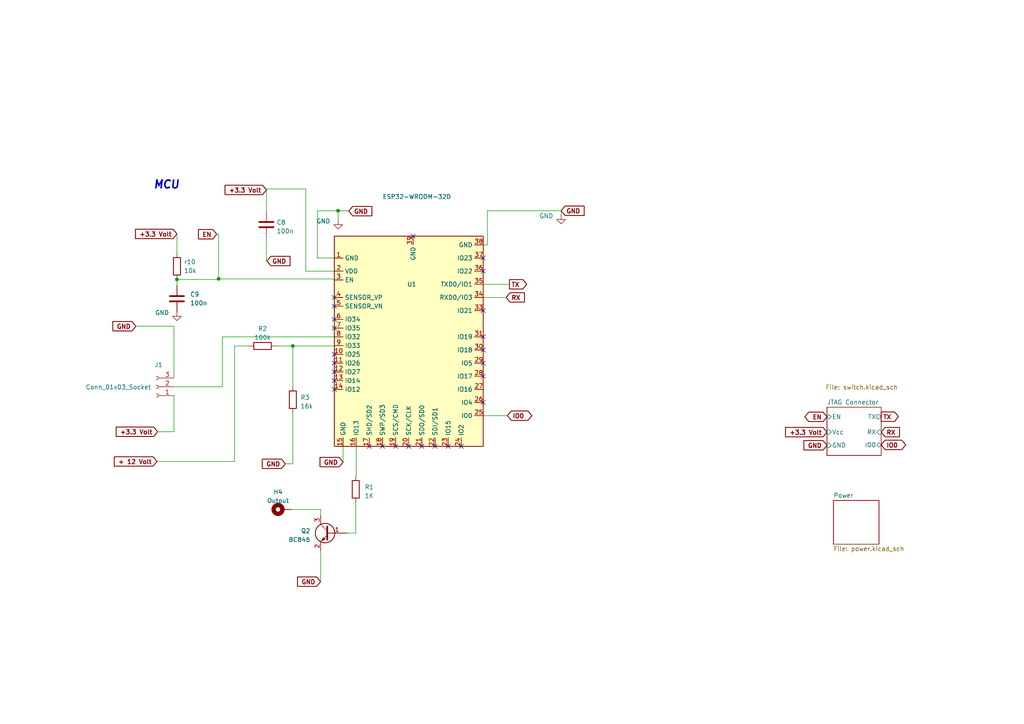
<source format=kicad_sch>
(kicad_sch (version 20230121) (generator eeschema)
  (paper "A4")
  (lib_symbols
    (symbol "Connector:Conn_01x03_Socket" (pin_names (offset 1.016) hide)
      (property "Reference" "J" (at 0 5.08 0))
      (property "Value" "Conn_01x03_Socket" (at 0 -5.08 0))
      (symbol "Conn_01x03_Socket_1_1"
        (arc (start 0 -2.032) (mid -0.5058 -2.54) (end 0 -3.048) (stroke (width 0.1524)))
        (polyline (pts (xy -1.27 -2.54) (xy -0.508 -2.54)) (stroke (width 0.1524)))
        (polyline (pts (xy -1.27 0) (xy -0.508 0)) (stroke (width 0.1524)))
        (polyline (pts (xy -1.27 2.54) (xy -0.508 2.54)) (stroke (width 0.1524)))
        (arc (start 0 0.508) (mid -0.5058 0) (end 0 -0.508) (stroke (width 0.1524)))
        (arc (start 0 3.048) (mid -0.5058 2.54) (end 0 2.032) (stroke (width 0.1524)))
        (pin passive line (at -5.08 2.54 0) (length 3.81) (name "Pin_1") (number "1"))
        (pin passive line (at -5.08 0 0) (length 3.81) (name "Pin_2") (number "2"))
        (pin passive line (at -5.08 -2.54 0) (length 3.81) (name "Pin_3") (number "3"))
      )
    )
    (symbol "Device:C" (pin_numbers hide) (pin_names (offset 0.254))
      (property "Reference" "C" (at 0.635 2.54 0))
      (property "Value" "C" (at 0.635 -2.54 0))
      (symbol "C_0_1"
        (polyline (pts (xy -2.032 -0.762) (xy 2.032 -0.762)) (stroke (width 0.508)))
        (polyline (pts (xy -2.032 0.762) (xy 2.032 0.762)) (stroke (width 0.508)))
      )
      (symbol "C_1_1"
        (pin passive line (at 0 3.81 270) (length 2.794) (name "~") (number "1"))
        (pin passive line (at 0 -3.81 90) (length 2.794) (name "~") (number "2"))
      )
    )
    (symbol "Device:R" (pin_numbers hide) (pin_names (offset 0))
      (property "Reference" "R" (at 2.032 0 90))
      (property "Value" "R" (at 0 0 90))
      (symbol "R_0_1"
        (rectangle (start -1.016 -2.54) (end 1.016 2.54) (stroke (width 0.254)))
      )
      (symbol "R_1_1"
        (pin passive line (at 0 3.81 270) (length 1.27) (name "~") (number "1"))
        (pin passive line (at 0 -3.81 90) (length 1.27) (name "~") (number "2"))
      )
    )
    (symbol "Mechanical:MountingHole_Pad" (pin_numbers hide) (pin_names (offset 1.016) hide)
      (property "Reference" "H" (at 0 6.35 0))
      (property "Value" "MountingHole_Pad" (at 0 4.445 0))
      (symbol "MountingHole_Pad_0_1"
        (circle (center 0 1.27) (radius 1.27) (stroke (width 1.27)))
      )
      (symbol "MountingHole_Pad_1_1"
        (pin input line (at 0 -2.54 90) (length 2.54) (name "1") (number "1"))
      )
    )
    (symbol "RF_Module:ESP32-WROOM-32D"
      (property "Reference" "U1" (at 2.0194 38.1 0))
      (property "Value" "ESP32-WROOM-32D" (at 1.27 44.45 0))
      (symbol "ESP32-WROOM-32D_0_1"
        (rectangle (start -12.7 33.02) (end 30.48 -27.94) (stroke (width 0.254)) (fill (type background)))
      )
      (symbol "ESP32-WROOM-32D_1_1"
        (pin power_in line (at -12.7 26.67 0) (length 2.54) (name "GND") (number "1"))
        (pin bidirectional line (at -12.7 -1.27 0) (length 2.54) (name "IO25") (number "10"))
        (pin bidirectional line (at -12.7 -3.81 0) (length 2.54) (name "IO26") (number "11"))
        (pin bidirectional line (at -12.7 -6.35 0) (length 2.54) (name "IO27") (number "12"))
        (pin bidirectional line (at -12.7 -8.89 0) (length 2.54) (name "IO14") (number "13"))
        (pin bidirectional line (at -12.7 -11.43 0) (length 2.54) (name "IO12") (number "14"))
        (pin power_in line (at -10.16 -27.94 90) (length 2.54) (name "GND") (number "15"))
        (pin bidirectional line (at -6.35 -27.94 90) (length 2.54) (name "IO13") (number "16"))
        (pin bidirectional line (at -2.54 -27.94 90) (length 2.54) (name "SHD/SD2") (number "17"))
        (pin bidirectional line (at 1.27 -27.94 90) (length 2.54) (name "SWP/SD3") (number "18"))
        (pin bidirectional line (at 5.08 -27.94 90) (length 2.54) (name "SCS/CMD") (number "19"))
        (pin power_in line (at -12.7 22.86 0) (length 2.54) (name "VDD") (number "2"))
        (pin bidirectional line (at 8.89 -27.94 90) (length 2.54) (name "SCK/CLK") (number "20"))
        (pin bidirectional line (at 12.7 -27.94 90) (length 2.54) (name "SDO/SD0") (number "21"))
        (pin bidirectional line (at 16.51 -27.94 90) (length 2.54) (name "SDI/SD1") (number "22"))
        (pin bidirectional line (at 20.32 -27.94 90) (length 2.54) (name "IO15") (number "23"))
        (pin bidirectional line (at 24.13 -27.94 90) (length 2.54) (name "IO2") (number "24"))
        (pin bidirectional line (at 30.48 -19.05 180) (length 2.54) (name "IO0") (number "25"))
        (pin bidirectional line (at 30.48 -15.24 180) (length 2.54) (name "IO4") (number "26"))
        (pin bidirectional line (at 30.48 -11.43 180) (length 2.54) (name "IO16") (number "27"))
        (pin bidirectional line (at 30.48 -7.62 180) (length 2.54) (name "IO17") (number "28"))
        (pin bidirectional line (at 30.48 -3.81 180) (length 2.54) (name "IO5") (number "29"))
        (pin input line (at -12.7 20.32 0) (length 2.54) (name "EN") (number "3"))
        (pin bidirectional line (at 30.48 0 180) (length 2.54) (name "IO18") (number "30"))
        (pin bidirectional line (at 30.48 3.81 180) (length 2.54) (name "IO19") (number "31"))
        (pin no_connect line (at 30.48 7.62 180) (length 2.54) hide (name "NC") (number "32"))
        (pin bidirectional line (at 30.48 11.43 180) (length 2.54) (name "IO21") (number "33"))
        (pin bidirectional line (at 30.48 15.24 180) (length 2.54) (name "RXD0/IO3") (number "34"))
        (pin bidirectional line (at 30.48 19.05 180) (length 2.54) (name "TXD0/IO1") (number "35"))
        (pin bidirectional line (at 30.48 22.86 180) (length 2.54) (name "IO22") (number "36"))
        (pin bidirectional line (at 30.48 26.67 180) (length 2.54) (name "IO23") (number "37"))
        (pin power_in line (at 30.48 30.48 180) (length 2.54) (name "GND") (number "38"))
        (pin power_in line (at 10.16 33.02 270) (length 2.54) (name "GND") (number "39"))
        (pin input line (at -12.7 15.24 0) (length 2.54) (name "SENSOR_VP") (number "4"))
        (pin input line (at -12.7 12.7 0) (length 2.54) (name "SENSOR_VN") (number "5"))
        (pin input line (at -12.7 8.89 0) (length 2.54) (name "IO34") (number "6"))
        (pin input line (at -12.7 6.35 0) (length 2.54) (name "IO35") (number "7"))
        (pin bidirectional line (at -12.7 3.81 0) (length 2.54) (name "IO32") (number "8"))
        (pin bidirectional line (at -12.7 1.27 0) (length 2.54) (name "IO33") (number "9"))
      )
    )
    (symbol "Transistor_BJT:BC846" (pin_names (offset 0) hide)
      (property "Reference" "Q" (at 5.08 1.905 0))
      (property "Value" "BC846" (at 5.08 0 0))
      (symbol "BC846_0_1"
        (polyline (pts (xy 0.635 0.635) (xy 2.54 2.54)))
        (polyline (pts (xy 0.635 -0.635) (xy 2.54 -2.54) (xy 2.54 -2.54)))
        (polyline (pts (xy 0.635 1.905) (xy 0.635 -1.905) (xy 0.635 -1.905)) (stroke (width 0.508)))
        (polyline (pts (xy 1.27 -1.778) (xy 1.778 -1.27) (xy 2.286 -2.286) (xy 1.27 -1.778) (xy 1.27 -1.778)) (fill (type outline)))
        (circle (center 1.27 0) (radius 2.8194) (stroke (width 0.254)))
      )
      (symbol "BC846_1_1"
        (pin input line (at -5.08 0 0) (length 5.715) (name "B") (number "1"))
        (pin passive line (at 2.54 -5.08 90) (length 2.54) (name "E") (number "2"))
        (pin passive line (at 2.54 5.08 270) (length 2.54) (name "C") (number "3"))
      )
    )
    (symbol "power:GND" (power) (pin_names (offset 0))
      (property "Value" "GND" (at 0 -3.81 0))
      (symbol "GND_0_1"
        (polyline (pts (xy 0 0) (xy 0 -1.27) (xy 1.27 -1.27) (xy 0 -2.54) (xy -1.27 -1.27) (xy 0 -1.27)))
      )
      (symbol "GND_1_1"
        (pin power_in line (at 0 0 270) (length 0) hide (name "GND") (number "1"))
      )
    )
  )
  (junction (at 84.9346 100.3472))
  (junction (at 51.3202 81.0554))
  (junction (at 98.0637 61.1275))
  (junction (at 63.4111 80.9))
  (no_connect (at 140.1421 74.8435))
  (no_connect (at 140.1421 78.6535))
  (no_connect (at 107.1221 129.4535))
  (no_connect (at 114.7421 129.4535))
  (no_connect (at 140.1421 109.1335))
  (no_connect (at 96.9621 88.8135))
  (no_connect (at 140.1421 116.7535))
  (no_connect (at 96.9621 110.4035))
  (no_connect (at 122.3621 129.4535))
  (no_connect (at 140.1421 101.5135))
  (no_connect (at 129.9821 129.4535))
  (no_connect (at 126.1721 129.4535))
  (no_connect (at 96.9621 86.2735))
  (no_connect (at 96.9621 107.8635))
  (no_connect (at 119.8221 68.4935))
  (no_connect (at 140.1421 90.0835))
  (no_connect (at 118.5521 129.4535))
  (no_connect (at 96.9621 95.1635))
  (no_connect (at 96.9621 92.6235))
  (no_connect (at 140.1421 105.3235))
  (no_connect (at 133.7921 129.4535))
  (no_connect (at 96.9621 105.3235))
  (no_connect (at 110.9321 129.4535))
  (no_connect (at 96.9621 112.9435))
  (no_connect (at 96.9621 102.7835))
  (no_connect (at 140.1421 97.7035))
  (wire (pts (xy 84.9346 100.3472) (xy 96.9621 100.3472)))
  (wire (pts (xy 96.9621 80.9) (xy 96.9621 81.1935)))
  (wire (pts (xy 98.0637 61.1275) (xy 98.0637 63.8954)))
  (wire (pts (xy 141.3723 61.1275) (xy 162.7481 61.1275)))
  (wire (pts (xy 68.0211 133.8446) (xy 45.5248 133.8446)))
  (wire (pts (xy 84.9346 119.7329) (xy 84.9346 134.5221)))
  (wire (pts (xy 68.0211 100.3472) (xy 68.0211 133.8446)))
  (wire (pts (xy 63.4111 80.9) (xy 96.9621 80.9)))
  (wire (pts (xy 98.0637 63.8954) (xy 98.0888 63.8954)))
  (wire (pts (xy 96.9621 100.3472) (xy 96.9621 100.2435)))
  (wire (pts (xy 77.2767 75.7086) (xy 77.4376 75.7086)))
  (wire (pts (xy 51.3202 81.0554) (xy 51.3202 82.8334)))
  (wire (pts (xy 93.0091 147.7659) (xy 93.0091 149.5373)))
  (wire (pts (xy 98.0637 61.1275) (xy 101.167 61.1275)))
  (wire (pts (xy 162.7481 61.1275) (xy 162.7481 62.3975)))
  (wire (pts (xy 140.1421 120.5635) (xy 147.1732 120.5635)))
  (wire (pts (xy 77.2767 68.9544) (xy 77.2767 75.7086)))
  (wire (pts (xy 77.2767 61.3344) (xy 77.2767 54.8027)))
  (wire (pts (xy 50.443 125.2233) (xy 45.7106 125.2233)))
  (wire (pts (xy 77.2767 54.8027) (xy 88.6946 54.8027)))
  (wire (pts (xy 39.4089 94.6142) (xy 50.443 94.6142)))
  (wire (pts (xy 84.9346 134.5221) (xy 82.7658 134.5221)))
  (wire (pts (xy 140.1421 86.2735) (xy 146.8074 86.2735)))
  (wire (pts (xy 51.3202 67.849) (xy 51.3202 73.4354)))
  (wire (pts (xy 92.9775 168.7016) (xy 93.0091 168.7016)))
  (wire (pts (xy 63.4111 81.0554) (xy 63.4111 80.9)))
  (wire (pts (xy 50.443 94.6142) (xy 50.443 109.6493)))
  (wire (pts (xy 103.3121 138.1214) (xy 103.1873 138.1214)))
  (wire (pts (xy 84.4496 147.7659) (xy 93.0091 147.7659)))
  (wire (pts (xy 68.0211 100.3472) (xy 72.3334 100.3472)))
  (wire (pts (xy 92.0604 61.1275) (xy 98.0637 61.1275)))
  (wire (pts (xy 92.0604 61.1275) (xy 92.0604 74.8435)))
  (wire (pts (xy 88.6946 78.6535) (xy 96.9621 78.6535)))
  (wire (pts (xy 147.1732 120.5635) (xy 147.1732 120.4882)))
  (wire (pts (xy 79.9534 100.3472) (xy 84.9346 100.3472)))
  (wire (pts (xy 92.0604 74.8435) (xy 96.9621 74.8435)))
  (wire (pts (xy 51.3202 81.0554) (xy 63.4111 81.0554)))
  (wire (pts (xy 93.0091 159.6973) (xy 93.0091 168.7016)))
  (wire (pts (xy 50.443 112.1893) (xy 64.4765 112.1893)))
  (wire (pts (xy 103.1873 154.6173) (xy 103.1873 145.7414)))
  (wire (pts (xy 141.3723 71.0335) (xy 141.3723 61.1275)))
  (wire (pts (xy 64.4765 112.1893) (xy 64.4765 97.7035)))
  (wire (pts (xy 146.8074 86.2735) (xy 146.8074 86.2665)))
  (wire (pts (xy 63.4111 80.9) (xy 63.4111 67.9393)))
  (wire (pts (xy 100.6291 154.6173) (xy 103.1873 154.6173)))
  (wire (pts (xy 50.443 114.7293) (xy 50.443 125.2233)))
  (wire (pts (xy 88.6946 54.8027) (xy 88.6946 78.6535)))
  (wire (pts (xy 99.5021 129.4535) (xy 99.5021 134.0255)))
  (wire (pts (xy 140.1421 82.4635) (xy 147.7621 82.4635)))
  (wire (pts (xy 64.4765 97.7035) (xy 96.9621 97.7035)))
  (wire (pts (xy 63.4111 67.9393) (xy 62.8505 67.9393)))
  (wire (pts (xy 84.9346 112.1129) (xy 84.9346 100.3472)))
  (wire (pts (xy 103.3121 129.4535) (xy 103.3121 138.1214)))
  (wire (pts (xy 101.167 61.1275) (xy 101.167 61.2332)))
  (wire (pts (xy 140.1421 71.0335) (xy 141.3723 71.0335)))
  (text "-\n" (at 312.42 81.28 0) (effects (font (size 1.27 1.27) (thickness 0.254) bold) (justify left bottom)))
  (text "MCU" (at 44.3841 55.0315 0) (effects (font (size 2.27 2.27) (thickness 0.454) bold italic) (justify left bottom)))
  (global_label "+3.3 Volt" (shape input) (at 51.3202 67.849 180) (effects (font bold)) (property "Intersheetrefs" "${INTERSHEET_REFS}" (effects hide)))
  (global_label "GND" (shape input) (at 77.4376 75.7086 0) (effects (font (thickness 0.254) bold)) (property "Intersheetrefs" "${INTERSHEET_REFS}" (effects hide)))
  (global_label "TX" (shape output) (at 147.7621 82.4635 0) (effects (font (thickness 0.254) bold)) (property "Intersheetrefs" "${INTERSHEET_REFS}" (effects hide)))
  (global_label "GND" (shape input) (at 92.9775 168.7016 180) (effects (font (thickness 0.254) bold)) (property "Intersheetrefs" "${INTERSHEET_REFS}" (effects hide)))
  (global_label "+3.3 Volt" (shape input) (at 45.7106 125.2233 180) (effects (font bold)) (property "Intersheetrefs" "${INTERSHEET_REFS}" (effects hide)))
  (global_label "+ 12 Volt" (shape input) (at 45.5248 133.8446 180) (effects (font bold)) (property "Intersheetrefs" "${INTERSHEET_REFS}" (effects hide)))
  (global_label "TX" (shape output) (at 255.5902 120.8561 0) (effects (font (thickness 0.254) bold)) (property "Intersheetrefs" "${INTERSHEET_REFS}" (effects hide)))
  (global_label "+3.3 Volt" (shape input) (at 239.8422 125.3311 180) (effects (font bold)) (property "Intersheetrefs" "${INTERSHEET_REFS}" (effects hide)))
  (global_label "GND" (shape input) (at 39.4089 94.6142 180) (effects (font (thickness 0.254) bold)) (property "Intersheetrefs" "${INTERSHEET_REFS}" (effects hide)))
  (global_label "RX" (shape input) (at 146.8074 86.2665 0) (effects (font (thickness 0.254) bold)) (property "Intersheetrefs" "${INTERSHEET_REFS}" (effects hide)))
  (global_label "EN" (shape bidirectional) (at 239.8422 120.905 180) (effects (font (thickness 0.254) bold)) (property "Intersheetrefs" "${INTERSHEET_REFS}" (effects hide)))
  (global_label "IO0" (shape bidirectional) (at 147.1732 120.5635 0) (effects (font (thickness 0.254) bold)) (property "Intersheetrefs" "${INTERSHEET_REFS}" (effects hide)))
  (global_label "+3.3 Volt" (shape input) (at 77.2767 55.0919 180) (effects (font bold)) (property "Intersheetrefs" "${INTERSHEET_REFS}" (effects hide)))
  (global_label "IO0" (shape bidirectional) (at 255.5902 129.0421 0) (effects (font (thickness 0.254) bold)) (property "Intersheetrefs" "${INTERSHEET_REFS}" (effects hide)))
  (global_label "GND" (shape input) (at 239.8422 129.1512 180) (effects (font (thickness 0.254) bold)) (property "Intersheetrefs" "${INTERSHEET_REFS}" (effects hide)))
  (global_label "GND" (shape input) (at 101.167 61.2332 0) (effects (font (thickness 0.254) bold)) (property "Intersheetrefs" "${INTERSHEET_REFS}" (effects hide)))
  (global_label "GND" (shape input) (at 162.7481 61.1275 0) (effects (font (thickness 0.254) bold)) (property "Intersheetrefs" "${INTERSHEET_REFS}" (effects hide)))
  (global_label "EN" (shape input) (at 62.8505 67.9393 180) (effects (font (thickness 0.254) bold)) (property "Intersheetrefs" "${INTERSHEET_REFS}" (effects hide)))
  (global_label "RX" (shape input) (at 255.5902 125.3311 0) (effects (font (thickness 0.254) bold)) (property "Intersheetrefs" "${INTERSHEET_REFS}" (effects hide)))
  (global_label "GND" (shape input) (at 99.5021 134.0255 180) (effects (font (thickness 0.254) bold)) (property "Intersheetrefs" "${INTERSHEET_REFS}" (effects hide)))
  (global_label "GND" (shape input) (at 82.7658 134.5221 180) (effects (font (thickness 0.254) bold)) (property "Intersheetrefs" "${INTERSHEET_REFS}" (effects hide)))
  (symbol (lib_id "RF_Module:ESP32-WROOM-32D") (at 109.6621 101.5135 0) (unit 1)
    (property "Reference" "U1" (at 118.0441 82.4635 0) (effects (justify left)))
    (property "Value" "ESP32-WROOM-32D" (at 110.9321 57.0635 0) (effects (justify left)))
    (property "Footprint" "RF_Module:ESP32-WROOM-32" (effects hide))
    (property "Datasheet" "https://www.espressif.com/sites/default/files/documentation/esp32-wroom-32d_esp32-wroom-32u_datasheet_en.pdf" (effects hide))
  )
  (symbol (lib_id "Device:R") (at 51.3202 77.2454 0) (unit 1)
    (property "Reference" "r10" (at 53.3522 75.9753 0) (effects (justify left)))
    (property "Value" "10k" (at 53.3522 78.5153 0) (effects (justify left)))
    (property "Footprint" "Resistor_SMD:R_0805_2012Metric_Pad1.20x1.40mm_HandSolder" (effects hide))
  )
  (symbol (lib_id "Transistor_BJT:BC846") (at 95.5491 154.6173 0) (mirror y) (unit 1)
    (property "Reference" "Q2" (at 90.0497 153.9823 0) (effects (justify left)))
    (property "Value" "BC846" (at 90.0497 156.5223 0) (effects (justify left)))
    (property "Footprint" "Package_TO_SOT_SMD:SOT-23" (effects hide))
    (property "Datasheet" "https://assets.nexperia.com/documents/data-sheet/BC846_SER.pdf" (effects hide))
  )
  (symbol (lib_id "power:GND") (at 51.3202 90.4534 0) (unit 1)
    (property "Reference" "#PWR01" (effects hide))
    (property "Value" "GND" (at 47.0022 90.7074 0))
  )
  (symbol (lib_id "Device:R") (at 84.9346 115.9229 0) (unit 1)
    (property "Reference" "R3" (at 87.1245 115.2879 0) (effects (justify left)))
    (property "Value" "16k" (at 87.1245 117.8279 0) (effects (justify left)))
    (property "Footprint" "Resistor_SMD:R_0805_2012Metric_Pad1.20x1.40mm_HandSolder" (effects hide))
  )
  (symbol (lib_id "Connector:Conn_01x03_Socket") (at 45.363 112.1893 180) (unit 1)
    (property "Reference" "J1" (at 45.998 105.8244 0))
    (property "Value" "Conn_01x03_Socket" (at 34.3152 112.2722 0))
    (property "Footprint" "Connector_PinSocket_1.27mm:PinSocket_1x03_P1.27mm_Vertical" (effects hide))
  )
  (symbol (lib_id "power:GND") (at 162.7481 62.3975 0) (unit 1)
    (property "Reference" "#PWR0110" (effects hide))
    (property "Value" "GND" (at 158.4301 62.6515 0))
  )
  (symbol (lib_id "Device:C") (at 51.3202 86.6434 0) (unit 1)
    (property "Reference" "C9" (at 55.1302 85.3733 0) (effects (justify left)))
    (property "Value" "100n" (at 55.1302 87.9133 0) (effects (justify left)))
    (property "Footprint" "Capacitor_SMD:C_0603_1608Metric_Pad1.08x0.95mm_HandSolder" (effects hide))
  )
  (symbol (lib_id "power:GND") (at 98.0888 63.8954 0) (unit 1)
    (property "Reference" "#PWR05" (effects hide))
    (property "Value" "GND" (at 93.7708 64.1494 0))
  )
  (symbol (lib_id "Device:C") (at 77.2767 65.1444 0) (unit 1)
    (property "Reference" "C8" (at 80.1981 64.5094 0) (effects (justify left)))
    (property "Value" "100n" (at 80.1981 67.0494 0) (effects (justify left)))
    (property "Footprint" "Capacitor_SMD:C_0603_1608Metric_Pad1.08x0.95mm_HandSolder" (effects hide))
  )
  (symbol (lib_id "Device:R") (at 76.1434 100.3472 90) (unit 1)
    (property "Reference" "R2" (at 76.1434 95.3443 90))
    (property "Value" "100k" (at 76.1434 97.8843 90))
    (property "Footprint" "Resistor_SMD:R_0805_2012Metric_Pad1.20x1.40mm_HandSolder" (effects hide))
  )
  (symbol (lib_id "Device:R") (at 103.1873 141.9314 0) (unit 1)
    (property "Reference" "R1" (at 105.7413 141.2964 0) (effects (justify left)))
    (property "Value" "1K" (at 105.7413 143.8364 0) (effects (justify left)))
    (property "Footprint" "Resistor_SMD:R_0805_2012Metric_Pad1.20x1.40mm_HandSolder" (effects hide))
  )
  (symbol (lib_id "Mechanical:MountingHole_Pad") (at 81.9096 147.7659 90) (unit 1)
    (property "Reference" "H4" (at 80.6396 142.6859 90))
    (property "Value" "Output" (at 80.6396 145.2259 90))
    (property "Footprint" "MountingHole:MountingHole_2.7mm_M2.5_DIN965_Pad_TopBottom" (effects hide))
  )
  (sheet (at 239.8422 118.111) (size 15.748 13.97) (stroke (width 0.1524))
    (property "Sheetname" "JTAG Connector" (at 239.8422 117.3994 0) (effects (justify left bottom)))
    (property "Sheetfile" "switch.kicad_sch" (at 239.4365 111.5787 0) (effects (justify left top)))
    (pin "EN" bidirectional (at 239.8422 120.905 180))
    (pin "GND" input (at 239.8422 129.1512 180))
    (pin "RX" input (at 255.5902 125.3311 0))
    (pin "TX" output (at 255.5902 120.8561 0))
    (pin "IO0" bidirectional (at 255.5902 129.0421 0))
    (pin "Vcc" input (at 239.8422 125.3311 180))
  )
  (sheet (at 241.7351 145.1452) (size 13.208 12.7) (stroke (width 0.1524))
    (property "Sheetname" "Power" (at 241.7351 144.4336 0) (effects (justify left bottom)))
    (property "Sheetfile" "power.kicad_sch" (at 241.7351 158.4298 0) (effects (justify left top)))
  )
)
</source>
